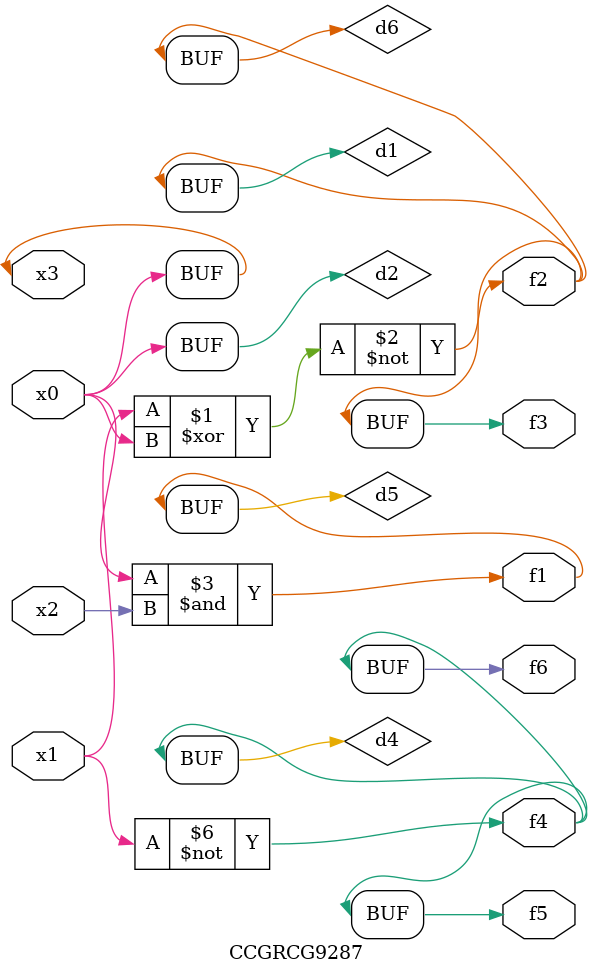
<source format=v>
module CCGRCG9287(
	input x0, x1, x2, x3,
	output f1, f2, f3, f4, f5, f6
);

	wire d1, d2, d3, d4, d5, d6;

	xnor (d1, x1, x3);
	buf (d2, x0, x3);
	nand (d3, x0, x2);
	not (d4, x1);
	nand (d5, d3);
	or (d6, d1);
	assign f1 = d5;
	assign f2 = d6;
	assign f3 = d6;
	assign f4 = d4;
	assign f5 = d4;
	assign f6 = d4;
endmodule

</source>
